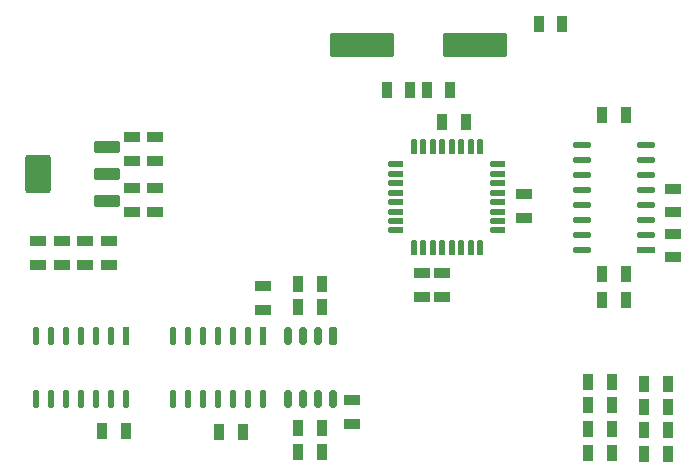
<source format=gtp>
G04*
G04 #@! TF.GenerationSoftware,Altium Limited,Altium Designer,21.2.1 (34)*
G04*
G04 Layer_Color=8421504*
%FSTAX24Y24*%
%MOIN*%
G70*
G04*
G04 #@! TF.SameCoordinates,6ED15E3A-B912-4763-B2B7-C2A7582740ED*
G04*
G04*
G04 #@! TF.FilePolarity,Positive*
G04*
G01*
G75*
G04:AMPARAMS|DCode=17|XSize=55.1mil|YSize=35.4mil|CornerRadius=3.5mil|HoleSize=0mil|Usage=FLASHONLY|Rotation=0.000|XOffset=0mil|YOffset=0mil|HoleType=Round|Shape=RoundedRectangle|*
%AMROUNDEDRECTD17*
21,1,0.0551,0.0283,0,0,0.0*
21,1,0.0480,0.0354,0,0,0.0*
1,1,0.0071,0.0240,-0.0142*
1,1,0.0071,-0.0240,-0.0142*
1,1,0.0071,-0.0240,0.0142*
1,1,0.0071,0.0240,0.0142*
%
%ADD17ROUNDEDRECTD17*%
G04:AMPARAMS|DCode=18|XSize=55.1mil|YSize=35.4mil|CornerRadius=3.5mil|HoleSize=0mil|Usage=FLASHONLY|Rotation=270.000|XOffset=0mil|YOffset=0mil|HoleType=Round|Shape=RoundedRectangle|*
%AMROUNDEDRECTD18*
21,1,0.0551,0.0283,0,0,270.0*
21,1,0.0480,0.0354,0,0,270.0*
1,1,0.0071,-0.0142,-0.0240*
1,1,0.0071,-0.0142,0.0240*
1,1,0.0071,0.0142,0.0240*
1,1,0.0071,0.0142,-0.0240*
%
%ADD18ROUNDEDRECTD18*%
G04:AMPARAMS|DCode=19|XSize=59.1mil|YSize=22.8mil|CornerRadius=5.7mil|HoleSize=0mil|Usage=FLASHONLY|Rotation=270.000|XOffset=0mil|YOffset=0mil|HoleType=Round|Shape=RoundedRectangle|*
%AMROUNDEDRECTD19*
21,1,0.0591,0.0114,0,0,270.0*
21,1,0.0476,0.0228,0,0,270.0*
1,1,0.0114,-0.0057,-0.0238*
1,1,0.0114,-0.0057,0.0238*
1,1,0.0114,0.0057,0.0238*
1,1,0.0114,0.0057,-0.0238*
%
%ADD19ROUNDEDRECTD19*%
G04:AMPARAMS|DCode=20|XSize=59.1mil|YSize=22.8mil|CornerRadius=2.3mil|HoleSize=0mil|Usage=FLASHONLY|Rotation=270.000|XOffset=0mil|YOffset=0mil|HoleType=Round|Shape=RoundedRectangle|*
%AMROUNDEDRECTD20*
21,1,0.0591,0.0183,0,0,270.0*
21,1,0.0545,0.0228,0,0,270.0*
1,1,0.0046,-0.0091,-0.0272*
1,1,0.0046,-0.0091,0.0272*
1,1,0.0046,0.0091,0.0272*
1,1,0.0046,0.0091,-0.0272*
%
%ADD20ROUNDEDRECTD20*%
G04:AMPARAMS|DCode=21|XSize=50mil|YSize=20mil|CornerRadius=2mil|HoleSize=0mil|Usage=FLASHONLY|Rotation=270.000|XOffset=0mil|YOffset=0mil|HoleType=Round|Shape=RoundedRectangle|*
%AMROUNDEDRECTD21*
21,1,0.0500,0.0160,0,0,270.0*
21,1,0.0460,0.0200,0,0,270.0*
1,1,0.0040,-0.0080,-0.0230*
1,1,0.0040,-0.0080,0.0230*
1,1,0.0040,0.0080,0.0230*
1,1,0.0040,0.0080,-0.0230*
%
%ADD21ROUNDEDRECTD21*%
G04:AMPARAMS|DCode=22|XSize=20mil|YSize=50mil|CornerRadius=2mil|HoleSize=0mil|Usage=FLASHONLY|Rotation=270.000|XOffset=0mil|YOffset=0mil|HoleType=Round|Shape=RoundedRectangle|*
%AMROUNDEDRECTD22*
21,1,0.0200,0.0460,0,0,270.0*
21,1,0.0160,0.0500,0,0,270.0*
1,1,0.0040,-0.0230,-0.0080*
1,1,0.0040,-0.0230,0.0080*
1,1,0.0040,0.0230,0.0080*
1,1,0.0040,0.0230,-0.0080*
%
%ADD22ROUNDEDRECTD22*%
G04:AMPARAMS|DCode=23|XSize=23.6mil|YSize=61mil|CornerRadius=2.4mil|HoleSize=0mil|Usage=FLASHONLY|Rotation=0.000|XOffset=0mil|YOffset=0mil|HoleType=Round|Shape=RoundedRectangle|*
%AMROUNDEDRECTD23*
21,1,0.0236,0.0563,0,0,0.0*
21,1,0.0189,0.0610,0,0,0.0*
1,1,0.0047,0.0094,-0.0282*
1,1,0.0047,-0.0094,-0.0282*
1,1,0.0047,-0.0094,0.0282*
1,1,0.0047,0.0094,0.0282*
%
%ADD23ROUNDEDRECTD23*%
G04:AMPARAMS|DCode=24|XSize=23.6mil|YSize=61mil|CornerRadius=5.9mil|HoleSize=0mil|Usage=FLASHONLY|Rotation=0.000|XOffset=0mil|YOffset=0mil|HoleType=Round|Shape=RoundedRectangle|*
%AMROUNDEDRECTD24*
21,1,0.0236,0.0492,0,0,0.0*
21,1,0.0118,0.0610,0,0,0.0*
1,1,0.0118,0.0059,-0.0246*
1,1,0.0118,-0.0059,-0.0246*
1,1,0.0118,-0.0059,0.0246*
1,1,0.0118,0.0059,0.0246*
%
%ADD24ROUNDEDRECTD24*%
G04:AMPARAMS|DCode=25|XSize=216.5mil|YSize=78.7mil|CornerRadius=7.9mil|HoleSize=0mil|Usage=FLASHONLY|Rotation=180.000|XOffset=0mil|YOffset=0mil|HoleType=Round|Shape=RoundedRectangle|*
%AMROUNDEDRECTD25*
21,1,0.2165,0.0630,0,0,180.0*
21,1,0.2008,0.0787,0,0,180.0*
1,1,0.0157,-0.1004,0.0315*
1,1,0.0157,0.1004,0.0315*
1,1,0.0157,0.1004,-0.0315*
1,1,0.0157,-0.1004,-0.0315*
%
%ADD25ROUNDEDRECTD25*%
G04:AMPARAMS|DCode=26|XSize=59.1mil|YSize=21.7mil|CornerRadius=5.4mil|HoleSize=0mil|Usage=FLASHONLY|Rotation=180.000|XOffset=0mil|YOffset=0mil|HoleType=Round|Shape=RoundedRectangle|*
%AMROUNDEDRECTD26*
21,1,0.0591,0.0108,0,0,180.0*
21,1,0.0482,0.0217,0,0,180.0*
1,1,0.0108,-0.0241,0.0054*
1,1,0.0108,0.0241,0.0054*
1,1,0.0108,0.0241,-0.0054*
1,1,0.0108,-0.0241,-0.0054*
%
%ADD26ROUNDEDRECTD26*%
G04:AMPARAMS|DCode=27|XSize=59.1mil|YSize=21.7mil|CornerRadius=2.2mil|HoleSize=0mil|Usage=FLASHONLY|Rotation=180.000|XOffset=0mil|YOffset=0mil|HoleType=Round|Shape=RoundedRectangle|*
%AMROUNDEDRECTD27*
21,1,0.0591,0.0173,0,0,180.0*
21,1,0.0547,0.0217,0,0,180.0*
1,1,0.0043,-0.0274,0.0087*
1,1,0.0043,0.0274,0.0087*
1,1,0.0043,0.0274,-0.0087*
1,1,0.0043,-0.0274,-0.0087*
%
%ADD27ROUNDEDRECTD27*%
G04:AMPARAMS|DCode=28|XSize=84.6mil|YSize=128mil|CornerRadius=8.5mil|HoleSize=0mil|Usage=FLASHONLY|Rotation=180.000|XOffset=0mil|YOffset=0mil|HoleType=Round|Shape=RoundedRectangle|*
%AMROUNDEDRECTD28*
21,1,0.0846,0.1110,0,0,180.0*
21,1,0.0677,0.1280,0,0,180.0*
1,1,0.0169,-0.0339,0.0555*
1,1,0.0169,0.0339,0.0555*
1,1,0.0169,0.0339,-0.0555*
1,1,0.0169,-0.0339,-0.0555*
%
%ADD28ROUNDEDRECTD28*%
G04:AMPARAMS|DCode=29|XSize=84.6mil|YSize=37.4mil|CornerRadius=3.7mil|HoleSize=0mil|Usage=FLASHONLY|Rotation=180.000|XOffset=0mil|YOffset=0mil|HoleType=Round|Shape=RoundedRectangle|*
%AMROUNDEDRECTD29*
21,1,0.0846,0.0299,0,0,180.0*
21,1,0.0772,0.0374,0,0,180.0*
1,1,0.0075,-0.0386,0.0150*
1,1,0.0075,0.0386,0.0150*
1,1,0.0075,0.0386,-0.0150*
1,1,0.0075,-0.0386,-0.0150*
%
%ADD29ROUNDEDRECTD29*%
D17*
X035557Y022158D02*
D03*
Y02137D02*
D03*
X033231Y017937D02*
D03*
Y017149D02*
D03*
X03029Y020936D02*
D03*
Y021724D02*
D03*
X02668Y025004D02*
D03*
Y024216D02*
D03*
Y025912D02*
D03*
Y0267D02*
D03*
X02592Y025004D02*
D03*
Y024216D02*
D03*
Y025912D02*
D03*
Y0267D02*
D03*
X02515Y022436D02*
D03*
Y023224D02*
D03*
X036246Y022164D02*
D03*
Y021376D02*
D03*
X043945Y024199D02*
D03*
Y024986D02*
D03*
Y022691D02*
D03*
Y023479D02*
D03*
X03896Y024804D02*
D03*
Y024016D02*
D03*
X02435Y023224D02*
D03*
Y022436D02*
D03*
X02279Y022436D02*
D03*
Y023224D02*
D03*
X02357Y022436D02*
D03*
Y023224D02*
D03*
D18*
X025704Y016895D02*
D03*
X024916D02*
D03*
X028806Y016887D02*
D03*
X029594D02*
D03*
X042982Y016126D02*
D03*
X04377D02*
D03*
X041117Y016176D02*
D03*
X041905D02*
D03*
X035183Y02828D02*
D03*
X034396D02*
D03*
X035735D02*
D03*
X036522D02*
D03*
X036248Y02722D02*
D03*
X037035D02*
D03*
X042359Y02743D02*
D03*
X041571D02*
D03*
X041571Y021275D02*
D03*
X042359D02*
D03*
X041571Y022155D02*
D03*
X042359D02*
D03*
X04377Y016926D02*
D03*
X042982D02*
D03*
X041905Y016976D02*
D03*
X041117D02*
D03*
X040255Y03048D02*
D03*
X039467D02*
D03*
X042982Y018486D02*
D03*
X04377D02*
D03*
X041117Y018536D02*
D03*
X041905D02*
D03*
X031456Y01622D02*
D03*
X032244D02*
D03*
X032244Y01701D02*
D03*
X031456D02*
D03*
X031456Y02103D02*
D03*
X032244D02*
D03*
X032244Y02182D02*
D03*
X031456D02*
D03*
X042982Y017706D02*
D03*
X04377D02*
D03*
X041117Y017756D02*
D03*
X041905D02*
D03*
D19*
X02272Y020083D02*
D03*
X02322D02*
D03*
X02372D02*
D03*
X02422D02*
D03*
X02472D02*
D03*
X02522D02*
D03*
X02572Y017957D02*
D03*
X02522D02*
D03*
X02472D02*
D03*
X02422D02*
D03*
X02372D02*
D03*
X02322D02*
D03*
X02272D02*
D03*
X02729Y020083D02*
D03*
X02779D02*
D03*
X02829D02*
D03*
X02879D02*
D03*
X02929D02*
D03*
X02979D02*
D03*
X03029Y017957D02*
D03*
X02979D02*
D03*
X02929D02*
D03*
X02879D02*
D03*
X02829D02*
D03*
X02779D02*
D03*
X02729D02*
D03*
D20*
X02572Y020083D02*
D03*
X03029Y020083D02*
D03*
D21*
X037506Y026383D02*
D03*
X037191D02*
D03*
X036876D02*
D03*
X036561D02*
D03*
X036246D02*
D03*
X035931D02*
D03*
X035617D02*
D03*
X035302D02*
D03*
Y023003D02*
D03*
X035617D02*
D03*
X035931D02*
D03*
X036246D02*
D03*
X036561D02*
D03*
X036876D02*
D03*
X037191D02*
D03*
X037506D02*
D03*
D22*
X034714Y025795D02*
D03*
Y02548D02*
D03*
Y025165D02*
D03*
Y02485D02*
D03*
Y024535D02*
D03*
Y02422D02*
D03*
Y023905D02*
D03*
Y02359D02*
D03*
X038094D02*
D03*
Y023905D02*
D03*
Y02422D02*
D03*
Y024535D02*
D03*
Y02485D02*
D03*
Y025165D02*
D03*
Y02548D02*
D03*
Y025795D02*
D03*
D23*
X0326Y020083D02*
D03*
D24*
X0321D02*
D03*
X0316D02*
D03*
X0311D02*
D03*
X0326Y017957D02*
D03*
X0321D02*
D03*
X0316D02*
D03*
X0311D02*
D03*
D25*
X033589Y029769D02*
D03*
X037329D02*
D03*
D26*
X040902Y026443D02*
D03*
Y025943D02*
D03*
Y025443D02*
D03*
Y024943D02*
D03*
Y024443D02*
D03*
Y023943D02*
D03*
Y023443D02*
D03*
Y022943D02*
D03*
X043028Y023443D02*
D03*
Y023943D02*
D03*
Y024443D02*
D03*
Y024943D02*
D03*
Y025443D02*
D03*
Y025943D02*
D03*
Y026443D02*
D03*
D27*
Y022943D02*
D03*
D28*
X022786Y025466D02*
D03*
D29*
X02507Y026371D02*
D03*
Y025466D02*
D03*
Y02456D02*
D03*
M02*

</source>
